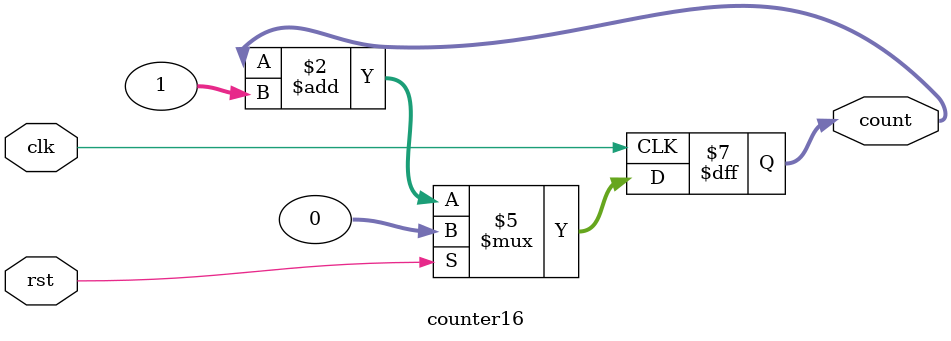
<source format=v>

module counter16(clk,rst,count);
input clk;
input rst;
output reg[31:0] count=0;

always @(posedge clk) begin
  if(rst)
    count = 32'b0;
  else
    count <= count+1;
end
endmodule
</source>
